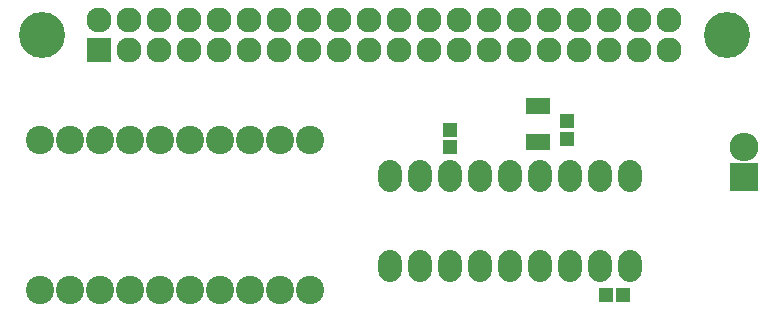
<source format=gbr>
G04 #@! TF.FileFunction,Soldermask,Top*
%FSLAX46Y46*%
G04 Gerber Fmt 4.6, Leading zero omitted, Abs format (unit mm)*
G04 Created by KiCad (PCBNEW 4.0.6-e0-6349~53~ubuntu16.04.1) date Sat Mar 25 19:46:27 2017*
%MOMM*%
%LPD*%
G01*
G04 APERTURE LIST*
%ADD10C,0.100000*%
%ADD11R,1.150000X1.200000*%
%ADD12C,3.900000*%
%ADD13O,2.127200X2.127200*%
%ADD14R,2.127200X2.127200*%
%ADD15O,2.000000X2.700000*%
%ADD16C,2.400000*%
%ADD17R,1.200000X1.150000*%
%ADD18R,2.000000X1.400000*%
%ADD19R,2.432000X2.432000*%
%ADD20O,2.432000X2.432000*%
G04 APERTURE END LIST*
D10*
D11*
X138100000Y-113000000D03*
X138100000Y-111500000D03*
X148000000Y-112250000D03*
X148000000Y-110750000D03*
D12*
X103500000Y-103500000D03*
X161500000Y-103500000D03*
D13*
X108370000Y-102230000D03*
D14*
X108370000Y-104770000D03*
D13*
X110910000Y-102230000D03*
X110910000Y-104770000D03*
X113450000Y-102230000D03*
X113450000Y-104770000D03*
X115990000Y-102230000D03*
X115990000Y-104770000D03*
X118530000Y-102230000D03*
X118530000Y-104770000D03*
X121070000Y-102230000D03*
X121070000Y-104770000D03*
X123610000Y-102230000D03*
X123610000Y-104770000D03*
X126150000Y-102230000D03*
X126150000Y-104770000D03*
X128690000Y-102230000D03*
X128690000Y-104770000D03*
X131230000Y-102230000D03*
X131230000Y-104770000D03*
X133770000Y-102230000D03*
X133770000Y-104770000D03*
X136310000Y-102230000D03*
X136310000Y-104770000D03*
X138850000Y-102230000D03*
X138850000Y-104770000D03*
X141390000Y-102230000D03*
X141390000Y-104770000D03*
X143930000Y-102230000D03*
X143930000Y-104770000D03*
X146470000Y-102230000D03*
X146470000Y-104770000D03*
X149010000Y-102230000D03*
X149010000Y-104770000D03*
X151550000Y-102230000D03*
X151550000Y-104770000D03*
X154090000Y-102230000D03*
X154090000Y-104770000D03*
X156630000Y-102230000D03*
X156630000Y-104770000D03*
D15*
X133000000Y-123000000D03*
X135540000Y-123000000D03*
X138080000Y-123000000D03*
X140620000Y-123000000D03*
X143160000Y-123000000D03*
X145700000Y-123000000D03*
X148240000Y-123000000D03*
X150780000Y-123000000D03*
X153320000Y-123000000D03*
X153320000Y-115380000D03*
X150780000Y-115380000D03*
X148240000Y-115380000D03*
X145700000Y-115380000D03*
X143160000Y-115380000D03*
X140620000Y-115380000D03*
X138080000Y-115380000D03*
X135540000Y-115380000D03*
X133000000Y-115380000D03*
D16*
X126200000Y-112400000D03*
X123660000Y-112400000D03*
X121120000Y-112400000D03*
X118580000Y-112400000D03*
X116040000Y-112400000D03*
X113500000Y-112400000D03*
X110960000Y-112400000D03*
X108420000Y-112400000D03*
X105880000Y-112400000D03*
X103340000Y-112400000D03*
X126200000Y-125100000D03*
X123660000Y-125100000D03*
X121120000Y-125100000D03*
X118580000Y-125100000D03*
X116040000Y-125100000D03*
X113500000Y-125100000D03*
X110960000Y-125100000D03*
X108420000Y-125100000D03*
X105880000Y-125100000D03*
X103340000Y-125100000D03*
D17*
X152750000Y-125500000D03*
X151250000Y-125500000D03*
D18*
X145500000Y-112500000D03*
X145500000Y-109500000D03*
D19*
X163000000Y-115500000D03*
D20*
X163000000Y-112960000D03*
M02*

</source>
